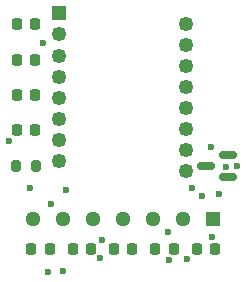
<source format=gbr>
G04 #@! TF.GenerationSoftware,KiCad,Pcbnew,8.0.7*
G04 #@! TF.CreationDate,2025-02-22T11:32:46+09:00*
G04 #@! TF.ProjectId,pmw3610_breakout_for_roBa,706d7733-3631-4305-9f62-7265616b6f75,rev?*
G04 #@! TF.SameCoordinates,Original*
G04 #@! TF.FileFunction,Soldermask,Bot*
G04 #@! TF.FilePolarity,Negative*
%FSLAX46Y46*%
G04 Gerber Fmt 4.6, Leading zero omitted, Abs format (unit mm)*
G04 Created by KiCad (PCBNEW 8.0.7) date 2025-02-22 11:32:46*
%MOMM*%
%LPD*%
G01*
G04 APERTURE LIST*
G04 Aperture macros list*
%AMRoundRect*
0 Rectangle with rounded corners*
0 $1 Rounding radius*
0 $2 $3 $4 $5 $6 $7 $8 $9 X,Y pos of 4 corners*
0 Add a 4 corners polygon primitive as box body*
4,1,4,$2,$3,$4,$5,$6,$7,$8,$9,$2,$3,0*
0 Add four circle primitives for the rounded corners*
1,1,$1+$1,$2,$3*
1,1,$1+$1,$4,$5*
1,1,$1+$1,$6,$7*
1,1,$1+$1,$8,$9*
0 Add four rect primitives between the rounded corners*
20,1,$1+$1,$2,$3,$4,$5,0*
20,1,$1+$1,$4,$5,$6,$7,0*
20,1,$1+$1,$6,$7,$8,$9,0*
20,1,$1+$1,$8,$9,$2,$3,0*%
G04 Aperture macros list end*
%ADD10RoundRect,0.187500X-0.437500X0.437500X-0.437500X-0.437500X0.437500X-0.437500X0.437500X0.437500X0*%
%ADD11O,1.250000X1.250000*%
%ADD12R,1.300000X1.300000*%
%ADD13O,1.300000X1.300000*%
%ADD14RoundRect,0.225000X0.225000X0.250000X-0.225000X0.250000X-0.225000X-0.250000X0.225000X-0.250000X0*%
%ADD15RoundRect,0.150000X0.587500X0.150000X-0.587500X0.150000X-0.587500X-0.150000X0.587500X-0.150000X0*%
%ADD16RoundRect,0.200000X0.200000X0.275000X-0.200000X0.275000X-0.200000X-0.275000X0.200000X-0.275000X0*%
%ADD17C,0.600000*%
G04 APERTURE END LIST*
D10*
X130650000Y-81100000D03*
D11*
X130650000Y-82880000D03*
X130650000Y-84660000D03*
X130650000Y-86440000D03*
X130650000Y-88220000D03*
X130650000Y-90000000D03*
X130650000Y-91780000D03*
X130650000Y-93560000D03*
X141350000Y-94450000D03*
X141350000Y-92670000D03*
X141350000Y-90890000D03*
X141350000Y-89110000D03*
X141350000Y-87330000D03*
X141350000Y-85550000D03*
X141350000Y-83770000D03*
X141350000Y-81990000D03*
D12*
X143620000Y-98500000D03*
D13*
X141080000Y-98500000D03*
X138540000Y-98500000D03*
X136000000Y-98500000D03*
X133460000Y-98500000D03*
X130920000Y-98500000D03*
X128380000Y-98500000D03*
D14*
X140325000Y-101000000D03*
X138775000Y-101000000D03*
X128600000Y-85000000D03*
X127050000Y-85000000D03*
X129825000Y-101000000D03*
X128275000Y-101000000D03*
X143825000Y-101000000D03*
X142275000Y-101000000D03*
X128600000Y-91000000D03*
X127050000Y-91000000D03*
D15*
X144937500Y-93050000D03*
X144937500Y-94950000D03*
X143062500Y-94000000D03*
D14*
X128600000Y-88000000D03*
X127050000Y-88000000D03*
X128600000Y-82000000D03*
X127050000Y-82000000D03*
X133325000Y-101000000D03*
X131775000Y-101000000D03*
X136825000Y-101000000D03*
X135275000Y-101000000D03*
D16*
X128650000Y-94000000D03*
X127000000Y-94000000D03*
D17*
X139897300Y-102005500D03*
X143571500Y-99996600D03*
X144786300Y-94126600D03*
X128165200Y-95839900D03*
X134225700Y-100246100D03*
X126416900Y-91894700D03*
X142725100Y-96595900D03*
X145681100Y-94000000D03*
X130935400Y-102884900D03*
X141444700Y-101864200D03*
X143492800Y-92441900D03*
X134112300Y-101787300D03*
X129686600Y-102965600D03*
X129928300Y-97201600D03*
X141882400Y-95840600D03*
X144153500Y-96412300D03*
X131224900Y-96031200D03*
X139884000Y-99625400D03*
X129248700Y-83567000D03*
M02*

</source>
